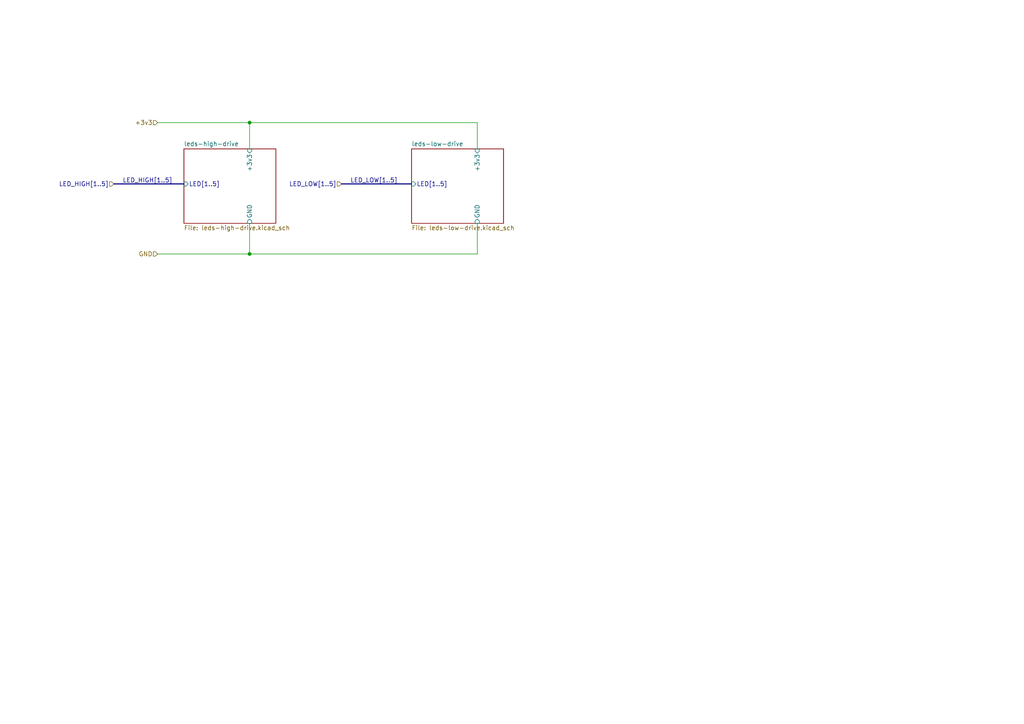
<source format=kicad_sch>
(kicad_sch
	(version 20231120)
	(generator "eeschema")
	(generator_version "8.0")
	(uuid "dc7ce039-2240-4374-bd67-4c9b13ab8870")
	(paper "A4")
	(title_block
		(title "xDuinoRail - LocDecoder - Development Kit")
		(date "2024-10-09")
		(rev "v0.2")
		(company "Chatelain Engineering, Bern - CH")
	)
	(lib_symbols)
	(junction
		(at 72.39 73.66)
		(diameter 0)
		(color 0 0 0 0)
		(uuid "a11c9225-e9f7-4c18-aae7-fc767da8f069")
	)
	(junction
		(at 72.39 35.56)
		(diameter 0)
		(color 0 0 0 0)
		(uuid "d536b341-208b-41c5-addd-96652c33bcc1")
	)
	(bus
		(pts
			(xy 99.06 53.34) (xy 119.38 53.34)
		)
		(stroke
			(width 0)
			(type default)
		)
		(uuid "0f8e37de-7c85-4318-ae62-9732f44edf9b")
	)
	(wire
		(pts
			(xy 45.72 73.66) (xy 72.39 73.66)
		)
		(stroke
			(width 0)
			(type default)
		)
		(uuid "51b5e511-09c8-4d03-a310-92287dad9d60")
	)
	(wire
		(pts
			(xy 72.39 35.56) (xy 138.43 35.56)
		)
		(stroke
			(width 0)
			(type default)
		)
		(uuid "632f6906-966d-420b-a8c3-ca09aace98d1")
	)
	(wire
		(pts
			(xy 72.39 73.66) (xy 138.43 73.66)
		)
		(stroke
			(width 0)
			(type default)
		)
		(uuid "6edcd7b5-d70f-4064-82e2-7acb26a37c44")
	)
	(wire
		(pts
			(xy 72.39 35.56) (xy 72.39 43.18)
		)
		(stroke
			(width 0)
			(type default)
		)
		(uuid "79a48974-5ba8-4f01-8e2d-d15b2bd25b51")
	)
	(wire
		(pts
			(xy 45.72 35.56) (xy 72.39 35.56)
		)
		(stroke
			(width 0)
			(type default)
		)
		(uuid "816dc0f2-44d6-4c64-b71c-4b1a46215661")
	)
	(bus
		(pts
			(xy 33.02 53.34) (xy 53.34 53.34)
		)
		(stroke
			(width 0)
			(type default)
		)
		(uuid "8c9a2fb9-0315-48b7-a85b-4131f84b7a6b")
	)
	(wire
		(pts
			(xy 138.43 43.18) (xy 138.43 35.56)
		)
		(stroke
			(width 0)
			(type default)
		)
		(uuid "9e0fb7ce-97d1-4a64-bdc1-cba46dd6d373")
	)
	(wire
		(pts
			(xy 72.39 64.77) (xy 72.39 73.66)
		)
		(stroke
			(width 0)
			(type default)
		)
		(uuid "f804c095-bd0b-4e74-8603-bdb031b1d60e")
	)
	(wire
		(pts
			(xy 138.43 64.77) (xy 138.43 73.66)
		)
		(stroke
			(width 0)
			(type default)
		)
		(uuid "fd13659d-547a-4222-8e64-27840b245da9")
	)
	(label "LED_LOW[1..5]"
		(at 101.6 53.34 0)
		(fields_autoplaced yes)
		(effects
			(font
				(size 1.27 1.27)
			)
			(justify left bottom)
		)
		(uuid "a7099d1f-5e84-41b2-bc57-cf127e9793c4")
	)
	(label "LED_HIGH[1..5]"
		(at 35.56 53.34 0)
		(fields_autoplaced yes)
		(effects
			(font
				(size 1.27 1.27)
			)
			(justify left bottom)
		)
		(uuid "eb4195ca-e7eb-4224-843e-eb321b832a87")
	)
	(hierarchical_label "LED_LOW[1..5]"
		(shape input)
		(at 99.06 53.34 180)
		(fields_autoplaced yes)
		(effects
			(font
				(size 1.27 1.27)
			)
			(justify right)
		)
		(uuid "680d9fd5-4313-4768-b9e7-1ed8d0194486")
	)
	(hierarchical_label "LED_HIGH[1..5]"
		(shape input)
		(at 33.02 53.34 180)
		(fields_autoplaced yes)
		(effects
			(font
				(size 1.27 1.27)
			)
			(justify right)
		)
		(uuid "850deb90-967d-4704-99c1-e513031201af")
	)
	(hierarchical_label "+3v3"
		(shape input)
		(at 45.72 35.56 180)
		(fields_autoplaced yes)
		(effects
			(font
				(size 1.27 1.27)
			)
			(justify right)
		)
		(uuid "8ae15d24-ad63-4efa-adc0-90eeeda1fabe")
	)
	(hierarchical_label "GND"
		(shape input)
		(at 45.72 73.66 180)
		(fields_autoplaced yes)
		(effects
			(font
				(size 1.27 1.27)
			)
			(justify right)
		)
		(uuid "9449a52a-72a9-43dd-b399-f296fffcf2c9")
	)
	(sheet
		(at 119.38 43.18)
		(size 26.67 21.59)
		(fields_autoplaced yes)
		(stroke
			(width 0.1524)
			(type solid)
		)
		(fill
			(color 0 0 0 0.0000)
		)
		(uuid "a592ce98-43db-43ea-a8b7-92a94f30ad51")
		(property "Sheetname" "leds-low-drive"
			(at 119.38 42.4684 0)
			(effects
				(font
					(size 1.27 1.27)
				)
				(justify left bottom)
			)
		)
		(property "Sheetfile" "leds-low-drive.kicad_sch"
			(at 119.38 65.3546 0)
			(effects
				(font
					(size 1.27 1.27)
				)
				(justify left top)
			)
		)
		(pin "+3v3" input
			(at 138.43 43.18 90)
			(effects
				(font
					(size 1.27 1.27)
				)
				(justify right)
			)
			(uuid "c4f02b5c-8c9f-4152-819f-d89d67db6b43")
		)
		(pin "GND" input
			(at 138.43 64.77 270)
			(effects
				(font
					(size 1.27 1.27)
				)
				(justify left)
			)
			(uuid "bc8c302f-2018-45b9-91dd-1ac72e2b2c33")
		)
		(pin "LED[1..5]" input
			(at 119.38 53.34 180)
			(effects
				(font
					(size 1.27 1.27)
				)
				(justify left)
			)
			(uuid "8be9509f-0c91-4d84-81fb-6ffdcbf16cbc")
		)
		(instances
			(project "xDuinoRail-Accessory-Dev"
				(path "/fb33ec4e-6596-45d2-a121-8d3475acd69a/9065fe75-d32c-49ad-a09b-239d58c08fe8"
					(page "14")
				)
			)
		)
	)
	(sheet
		(at 53.34 43.18)
		(size 26.67 21.59)
		(fields_autoplaced yes)
		(stroke
			(width 0.1524)
			(type solid)
		)
		(fill
			(color 0 0 0 0.0000)
		)
		(uuid "c66ec843-e50b-4e5a-9be2-9ab479f2eeb6")
		(property "Sheetname" "leds-high-drive"
			(at 53.34 42.4684 0)
			(effects
				(font
					(size 1.27 1.27)
				)
				(justify left bottom)
			)
		)
		(property "Sheetfile" "leds-high-drive.kicad_sch"
			(at 53.34 65.3546 0)
			(effects
				(font
					(size 1.27 1.27)
				)
				(justify left top)
			)
		)
		(pin "+3v3" input
			(at 72.39 43.18 90)
			(effects
				(font
					(size 1.27 1.27)
				)
				(justify right)
			)
			(uuid "5bf1e22d-01ad-4f6a-9feb-b02d5cfb8589")
		)
		(pin "GND" input
			(at 72.39 64.77 270)
			(effects
				(font
					(size 1.27 1.27)
				)
				(justify left)
			)
			(uuid "85d3008a-a9cc-46af-a1f8-53de84153832")
		)
		(pin "LED[1..5]" input
			(at 53.34 53.34 180)
			(effects
				(font
					(size 1.27 1.27)
				)
				(justify left)
			)
			(uuid "b6eee0bc-c6be-4215-9734-5697bff64271")
		)
		(instances
			(project "xDuinoRail-Accessory-Dev"
				(path "/fb33ec4e-6596-45d2-a121-8d3475acd69a/9065fe75-d32c-49ad-a09b-239d58c08fe8"
					(page "13")
				)
			)
		)
	)
)

</source>
